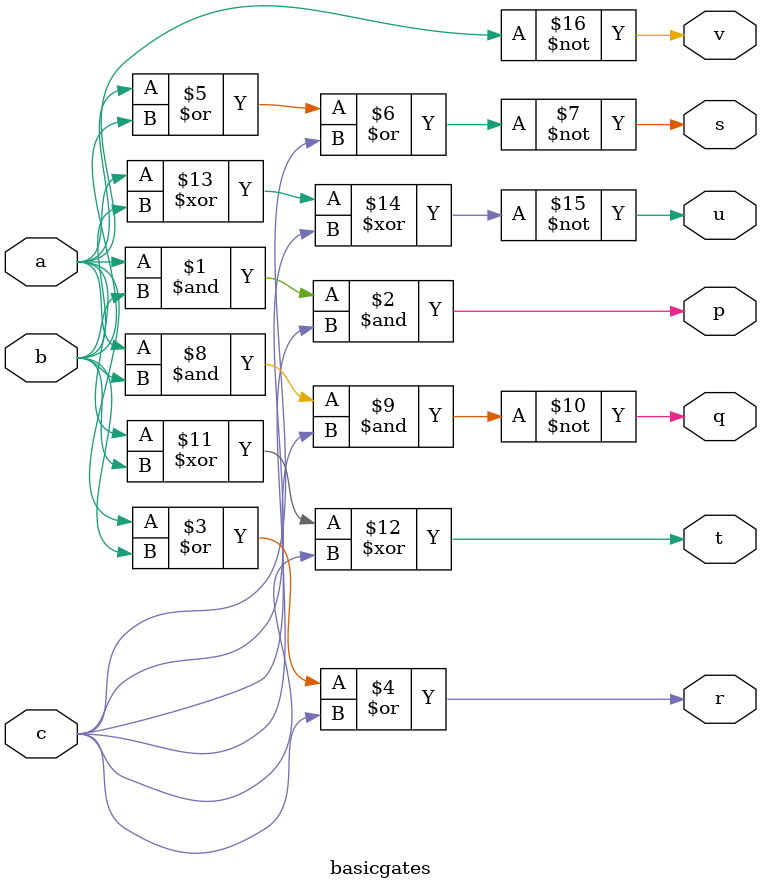
<source format=v>
module basicgates (a,b,c,p,q,r,s,t,u,v);
       input a,b,c;
       output p,q,r,s,t,u,v;

and a1(p,a,b,c);
or o1(r,a,b,c);
nor nor1(s,a,b,c);
nand n1(q,a,b,c);
xor x1(t,a,b,c);
xnor x2(u,a,b,c);
not n2(v,a);

endmodule 

</source>
